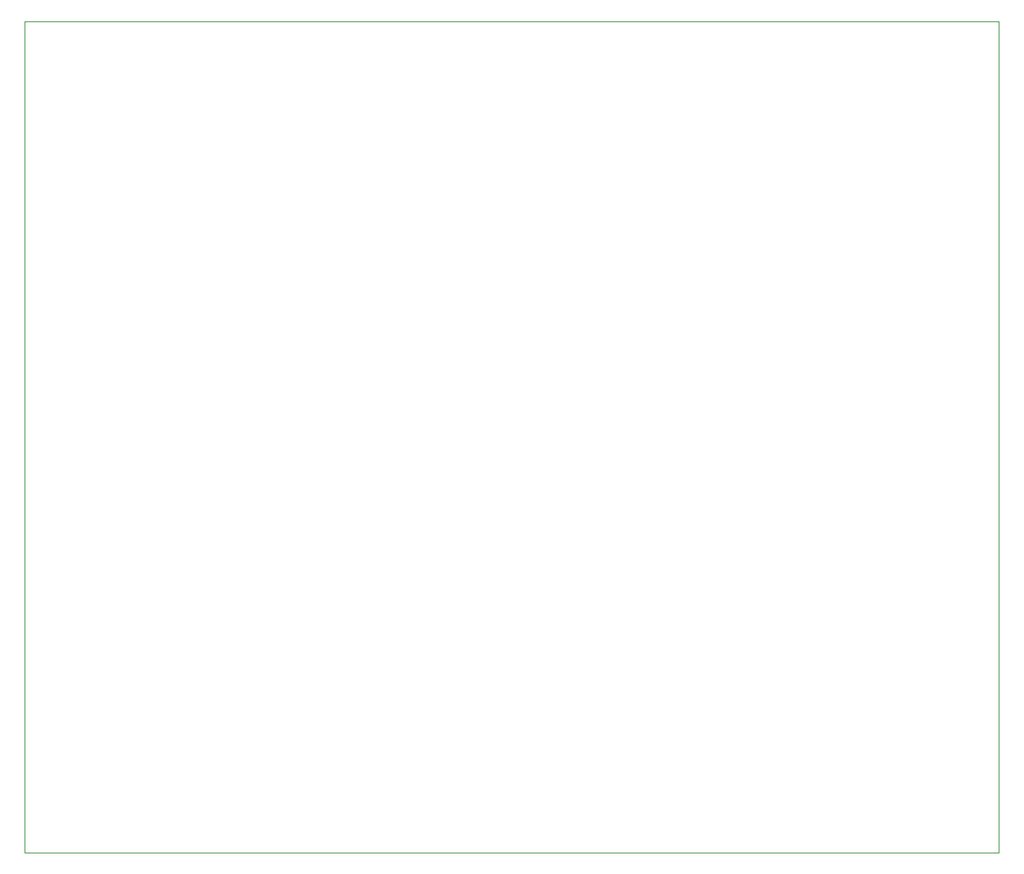
<source format=gbr>
%TF.GenerationSoftware,KiCad,Pcbnew,(6.0.11)*%
%TF.CreationDate,2023-03-02T21:27:35-06:00*%
%TF.ProjectId,STM,53544d2e-6b69-4636-9164-5f7063625858,rev?*%
%TF.SameCoordinates,Original*%
%TF.FileFunction,Profile,NP*%
%FSLAX46Y46*%
G04 Gerber Fmt 4.6, Leading zero omitted, Abs format (unit mm)*
G04 Created by KiCad (PCBNEW (6.0.11)) date 2023-03-02 21:27:35*
%MOMM*%
%LPD*%
G01*
G04 APERTURE LIST*
%TA.AperFunction,Profile*%
%ADD10C,0.100000*%
%TD*%
G04 APERTURE END LIST*
D10*
X53340000Y-144780000D02*
X157480000Y-144780000D01*
X53340000Y-55880000D02*
X53340000Y-144780000D01*
X157480000Y-55880000D02*
X53340000Y-55880000D01*
X157480000Y-144780000D02*
X157480000Y-55880000D01*
M02*

</source>
